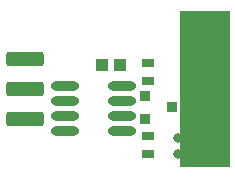
<source format=gts>
G04*
G04 #@! TF.GenerationSoftware,Altium Limited,Altium Designer,24.4.1 (13)*
G04*
G04 Layer_Color=8388736*
%FSLAX25Y25*%
%MOIN*%
G70*
G04*
G04 #@! TF.SameCoordinates,E6202B21-D7BA-4EC8-B1B0-AB42A6229C69*
G04*
G04*
G04 #@! TF.FilePolarity,Negative*
G04*
G01*
G75*
%ADD19R,0.04343X0.03162*%
%ADD20R,0.03800X0.03800*%
G04:AMPARAMS|DCode=21|XSize=47.37mil|YSize=126.11mil|CornerRadius=8.92mil|HoleSize=0mil|Usage=FLASHONLY|Rotation=90.000|XOffset=0mil|YOffset=0mil|HoleType=Round|Shape=RoundedRectangle|*
%AMROUNDEDRECTD21*
21,1,0.04737,0.10827,0,0,90.0*
21,1,0.02953,0.12611,0,0,90.0*
1,1,0.01784,0.05413,0.01476*
1,1,0.01784,0.05413,-0.01476*
1,1,0.01784,-0.05413,-0.01476*
1,1,0.01784,-0.05413,0.01476*
%
%ADD21ROUNDEDRECTD21*%
%ADD22O,0.09461X0.03162*%
%ADD23R,0.03950X0.03950*%
%ADD24C,0.03162*%
G36*
X89370Y3976D02*
Y55945D01*
X106102D01*
Y3976D01*
X89370D01*
D02*
G37*
D19*
X78937Y8366D02*
D03*
Y14272D02*
D03*
Y32776D02*
D03*
Y38681D02*
D03*
D20*
X77884Y20069D02*
D03*
Y27569D02*
D03*
X86884Y23819D02*
D03*
D21*
X98425Y51791D02*
D03*
Y8169D02*
D03*
Y19075D02*
D03*
Y29980D02*
D03*
Y40886D02*
D03*
X37795Y20020D02*
D03*
Y30020D02*
D03*
Y40020D02*
D03*
D22*
X70177Y16024D02*
D03*
Y21024D02*
D03*
Y26024D02*
D03*
Y31024D02*
D03*
X51279Y16024D02*
D03*
Y21024D02*
D03*
Y26024D02*
D03*
Y31024D02*
D03*
D23*
X69488Y37992D02*
D03*
X63583D02*
D03*
D24*
X88681Y8268D02*
D03*
Y13583D02*
D03*
M02*

</source>
